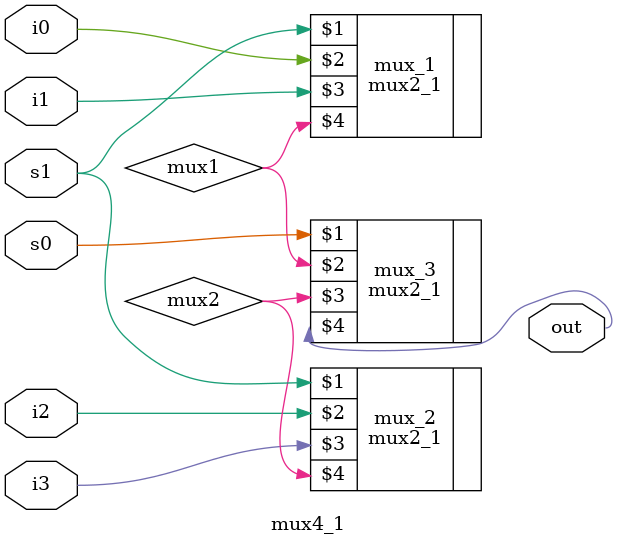
<source format=v>
module mux4_1(out,i0,i1,i2,i3,s1,s0);
input i0,i1,i2,i3,s1,s0;
output out;
wire mux1,mux2;
mux2_1 mux_1(s1,i0,i1,mux1);
mux2_1 mux_2(s1,i2,i3,mux2);
mux2_1 mux_3(s0,mux1,mux2,out);
endmodule


</source>
